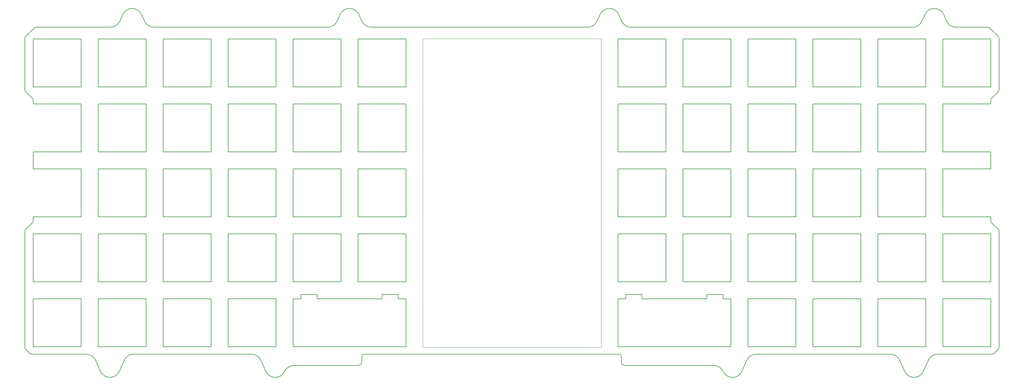
<source format=gm1>
G04 #@! TF.GenerationSoftware,KiCad,Pcbnew,(6.0.7-1)-1*
G04 #@! TF.CreationDate,2022-11-07T11:39:14+01:00*
G04 #@! TF.ProjectId,frog-mini,66726f67-2d6d-4696-9e69-2e6b69636164,rev?*
G04 #@! TF.SameCoordinates,Original*
G04 #@! TF.FileFunction,Profile,NP*
%FSLAX46Y46*%
G04 Gerber Fmt 4.6, Leading zero omitted, Abs format (unit mm)*
G04 Created by KiCad (PCBNEW (6.0.7-1)-1) date 2022-11-07 11:39:14*
%MOMM*%
%LPD*%
G01*
G04 APERTURE LIST*
G04 #@! TA.AperFunction,Profile*
%ADD10C,0.150000*%
G04 #@! TD*
G04 #@! TA.AperFunction,Profile*
%ADD11C,0.100000*%
G04 #@! TD*
G04 #@! TA.AperFunction,Profile*
%ADD12C,0.200000*%
G04 #@! TD*
G04 APERTURE END LIST*
D10*
X77985524Y-125623715D02*
X77985949Y-126933823D01*
X101798044Y-125623715D02*
X101798044Y-126933793D01*
X73223020Y-126933793D02*
X73223020Y-125623715D01*
X97036029Y-126933793D02*
X97035540Y-125623715D01*
X97035540Y-125623715D02*
X101798044Y-125623715D01*
X73223020Y-125623715D02*
X77985524Y-125623715D01*
D11*
X161330049Y-50614440D02*
X108941884Y-50614233D01*
D10*
X166211396Y-121933206D02*
X166211396Y-107883831D01*
X65960704Y-83833105D02*
X51911329Y-83833105D01*
X237411188Y-102882949D02*
X223361813Y-102882949D01*
X104060982Y-50733768D02*
X104060982Y-64783143D01*
X218361285Y-126933528D02*
X218361285Y-140982903D01*
X-5239088Y-50733473D02*
X8810287Y-50733473D01*
D12*
X197052136Y-148192119D02*
G75*
G03*
X194324981Y-146442108I-2726536J-1248981D01*
G01*
D10*
X32860954Y-140983021D02*
X32860954Y-126933646D01*
X8810287Y-88833633D02*
X8810287Y-102883008D01*
X32860954Y-126933646D02*
X46910329Y-126933646D01*
D12*
X167216792Y-143866108D02*
G75*
G03*
X166466837Y-143116108I-749992J8D01*
G01*
D10*
X104060746Y-126933823D02*
X104060746Y-140983198D01*
D12*
X-7429645Y-66151679D02*
X-5525012Y-68026886D01*
D10*
X46910565Y-88833751D02*
X46910565Y-102883126D01*
D12*
X24207462Y-143116101D02*
G75*
G03*
X21480284Y-144866108I-62J-2999899D01*
G01*
D10*
X275511466Y-68733816D02*
X275511466Y-69783376D01*
X70961468Y-107883949D02*
X85010843Y-107883949D01*
X218361049Y-64782848D02*
X204311674Y-64782848D01*
D12*
X275797366Y-68026685D02*
G75*
G03*
X275511466Y-68733816I691434J-690915D01*
G01*
D10*
X185261535Y-64782907D02*
X185261535Y-50733532D01*
X104060746Y-140983198D02*
X70961232Y-140983139D01*
X180260771Y-64782966D02*
X166211396Y-64782966D01*
D12*
X167216792Y-145442108D02*
G75*
G03*
X168216837Y-146442108I1000008J8D01*
G01*
D10*
X218361049Y-50733473D02*
X218361049Y-64782848D01*
X70961468Y-50733709D02*
X85010843Y-50733709D01*
X237411188Y-121933029D02*
X223361813Y-121933029D01*
D12*
X21050284Y-43492108D02*
X20149640Y-45492108D01*
D10*
X261462091Y-102882831D02*
X261462091Y-88833456D01*
X32861190Y-88833751D02*
X46910565Y-88833751D01*
X166211396Y-83833046D02*
X166211396Y-69783671D01*
X275511702Y-140982726D02*
X261462327Y-140982726D01*
X27860426Y-107883772D02*
X27860426Y-121933147D01*
D12*
X19986515Y-148192108D02*
X21480284Y-144866108D01*
X167216837Y-143866108D02*
X167216837Y-145442108D01*
D10*
X46910565Y-83833046D02*
X32861190Y-83833046D01*
D12*
X-7429645Y-141735001D02*
X-6349645Y-142823215D01*
D10*
X275511466Y-64782671D02*
X261462091Y-64782671D01*
D12*
X277977458Y-50660322D02*
G75*
G03*
X277684569Y-49953215I-999958J22D01*
G01*
D10*
X46910565Y-107883831D02*
X46910565Y-121933206D01*
X223362049Y-126933469D02*
X237411424Y-126933469D01*
X242412188Y-140982785D02*
X242412188Y-126933410D01*
X46910565Y-50733591D02*
X46910565Y-64782966D01*
X-5239324Y-126933528D02*
X8810051Y-126933528D01*
X218361049Y-107883713D02*
X218361049Y-121933088D01*
D12*
X259947462Y-143116101D02*
G75*
G03*
X257220284Y-144866108I-62J-2999899D01*
G01*
X61504442Y-144866108D02*
X62998211Y-148192108D01*
D10*
X51911329Y-69783730D02*
X65960704Y-69783730D01*
D12*
X81147462Y-47242127D02*
G75*
G03*
X83874640Y-45492108I38J2999927D01*
G01*
X91828382Y-143116082D02*
G75*
G03*
X91078382Y-143866108I18J-750018D01*
G01*
D10*
X185261535Y-50733532D02*
X199310910Y-50733532D01*
X46910565Y-102883126D02*
X32861190Y-102883126D01*
X51911329Y-88833810D02*
X65960704Y-88833810D01*
X204311674Y-121933088D02*
X204311674Y-107883713D01*
X166211396Y-50733591D02*
X180260771Y-50733591D01*
X237411188Y-64782789D02*
X223361813Y-64782789D01*
X180260771Y-102883126D02*
X166211396Y-102883126D01*
X242411952Y-50733355D02*
X256461327Y-50733355D01*
X237411188Y-69783494D02*
X237411188Y-83832869D01*
X104060982Y-121933383D02*
X90011607Y-121933383D01*
X51911093Y-140983080D02*
X51911093Y-126933705D01*
X237411424Y-126933469D02*
X237411424Y-140982844D01*
X104060982Y-102883303D02*
X90011607Y-102883303D01*
X85010843Y-64783084D02*
X70961468Y-64783084D01*
D12*
X157347462Y-47242108D02*
X93857462Y-47242108D01*
X13038390Y-144866108D02*
G75*
G03*
X10311212Y-143116108I-2727070J-1249832D01*
G01*
D10*
X-5239088Y-64782848D02*
X-5239088Y-50733473D01*
X32861190Y-102883126D02*
X32861190Y-88833751D01*
X65960704Y-107883890D02*
X65960704Y-121933265D01*
X199310910Y-69783612D02*
X199310910Y-83832987D01*
X90011607Y-102883303D02*
X90011607Y-88833928D01*
X218361049Y-121933088D02*
X204311674Y-121933088D01*
X8810287Y-64782848D02*
X-5239088Y-64782848D01*
X104060982Y-88833928D02*
X104060982Y-102883303D01*
X32861190Y-69783671D02*
X46910565Y-69783671D01*
D12*
X206727462Y-143116108D02*
X246051212Y-143116108D01*
D10*
X13811051Y-69783612D02*
X27860426Y-69783612D01*
D12*
X91130284Y-45492108D02*
X90229640Y-43492108D01*
D10*
X261462091Y-88833456D02*
X275511466Y-88833456D01*
X51911329Y-50733650D02*
X65960704Y-50733650D01*
X275511702Y-126933351D02*
X275511702Y-140982726D01*
X51911329Y-121933265D02*
X51911329Y-107883890D01*
X104060982Y-69783848D02*
X104060982Y-83833223D01*
X46910565Y-64782966D02*
X32861190Y-64782966D01*
X70961468Y-83833164D02*
X70961468Y-69783789D01*
X199310910Y-88833692D02*
X199310910Y-102883067D01*
D12*
X274563248Y-47246108D02*
X265307462Y-47242108D01*
D10*
X197049358Y-125623538D02*
X197049358Y-126933616D01*
X256461563Y-126933410D02*
X256461563Y-140982785D01*
X90011607Y-50733768D02*
X104060982Y-50733768D01*
X85010843Y-69783789D02*
X85010843Y-83833164D01*
X-5239324Y-140982903D02*
X-5239324Y-126933528D01*
X51911329Y-102883185D02*
X51911329Y-88833810D01*
X256461327Y-64782730D02*
X242411952Y-64782730D01*
X261462091Y-64782671D02*
X261462091Y-50733296D01*
X104060717Y-126933793D02*
X101798044Y-126933793D01*
X-5239088Y-69783553D02*
X-5239088Y-68733993D01*
D12*
X259947462Y-143116108D02*
X275897462Y-143116108D01*
X252597462Y-47242108D02*
X170057462Y-47242108D01*
D10*
X13811051Y-83832987D02*
X13811051Y-69783612D01*
X223361813Y-64782789D02*
X223361813Y-50733414D01*
X32861190Y-107883831D02*
X46910565Y-107883831D01*
X85010843Y-50733709D02*
X85010843Y-64783084D01*
X223361813Y-121933029D02*
X223361813Y-107883654D01*
X261462327Y-140982726D02*
X261462327Y-126933351D01*
D12*
X-5015431Y-47535001D02*
X-7429645Y-49949215D01*
X277684569Y-49953215D02*
X275270355Y-47539001D01*
D10*
X166211396Y-102883126D02*
X166211396Y-88833751D01*
X256461327Y-107883595D02*
X256461327Y-121932970D01*
X256461327Y-102882890D02*
X242411952Y-102882890D01*
X242411952Y-69783435D02*
X256461327Y-69783435D01*
X199310910Y-102883067D02*
X185261535Y-102883067D01*
X65960468Y-140983080D02*
X51911093Y-140983080D01*
D12*
X91130282Y-45492109D02*
G75*
G03*
X93857462Y-47242108I2727118J1249909D01*
G01*
X71179745Y-146442108D02*
X90078382Y-146442108D01*
D10*
X-5239088Y-103932568D02*
X-5239088Y-102883008D01*
X275511466Y-83832751D02*
X275511466Y-88833456D01*
X204311674Y-102883008D02*
X204311674Y-88833633D01*
X46910565Y-69783671D02*
X46910565Y-83833046D01*
X275511466Y-102882831D02*
X275511466Y-103932391D01*
X223361813Y-88833574D02*
X237411188Y-88833574D01*
D12*
X262580284Y-45492108D02*
X261679640Y-43492108D01*
D10*
X242411952Y-102882890D02*
X242411952Y-88833515D01*
X65960704Y-50733650D02*
X65960704Y-64783025D01*
X199310910Y-50733532D02*
X199310910Y-64782907D01*
X199310910Y-107883772D02*
X199310910Y-121933147D01*
D12*
X-7722538Y-141027894D02*
G75*
G03*
X-7429645Y-141735001I999994J-3D01*
G01*
D10*
X13811051Y-50733532D02*
X27860426Y-50733532D01*
D12*
X277977462Y-65448572D02*
X277977462Y-50660322D01*
X206727462Y-143116101D02*
G75*
G03*
X204000284Y-144866108I-62J-2999899D01*
G01*
X157347462Y-47242127D02*
G75*
G03*
X160074640Y-45492108I38J2999927D01*
G01*
D10*
X90011607Y-83833223D02*
X90011607Y-69783848D01*
D12*
X167330284Y-45492108D02*
X166429640Y-43492108D01*
D10*
X166211396Y-88833751D02*
X180260771Y-88833751D01*
D12*
X-5525012Y-104639675D02*
X-7429645Y-106514882D01*
D11*
X108941884Y-50614233D02*
X108941884Y-141101733D01*
D10*
X237411424Y-140982844D02*
X223362049Y-140982844D01*
D12*
X-7429645Y-49949215D02*
G75*
G03*
X-7722538Y-50656322I707101J-707104D01*
G01*
D10*
X70961468Y-88833869D02*
X85010843Y-88833869D01*
D12*
X-7429645Y-106514882D02*
G75*
G03*
X-7722538Y-107221989I707101J-707104D01*
G01*
D10*
X51911329Y-64783025D02*
X51911329Y-50733650D01*
X-5239088Y-88833633D02*
X-5239088Y-83832928D01*
D12*
X168216837Y-146442108D02*
X194324981Y-146442108D01*
D10*
X204311674Y-64782848D02*
X204311674Y-50733473D01*
D12*
X90078382Y-146442082D02*
G75*
G03*
X91078382Y-145442108I18J999982D01*
G01*
D10*
X261462327Y-126933351D02*
X275511702Y-126933351D01*
X218361049Y-83832928D02*
X204311674Y-83832928D01*
X90011607Y-107884008D02*
X104060982Y-107884008D01*
X197049358Y-126933616D02*
X199311146Y-126933587D01*
X-5239088Y-107883713D02*
X8810287Y-107883713D01*
X204311910Y-126933528D02*
X218361285Y-126933528D01*
X204311674Y-69783553D02*
X218361049Y-69783553D01*
D12*
X27405282Y-45492109D02*
G75*
G03*
X30132462Y-47242108I2727118J1249909D01*
G01*
X27405284Y-45492108D02*
X26504640Y-43492108D01*
X14532159Y-148192108D02*
G75*
G03*
X19986515Y-148192108I2727178J1250000D01*
G01*
D10*
X90011607Y-121933383D02*
X90011607Y-107884008D01*
X223361813Y-69783494D02*
X237411188Y-69783494D01*
X104060982Y-64783143D02*
X90011607Y-64783143D01*
D12*
X261679640Y-43492108D02*
G75*
G03*
X256225284Y-43492108I-2727178J-1250000D01*
G01*
D10*
X51911329Y-107883890D02*
X65960704Y-107883890D01*
D12*
X-5239088Y-68733993D02*
G75*
G03*
X-5525012Y-68026886I-977333J16169D01*
G01*
D10*
X180260771Y-83833046D02*
X166211396Y-83833046D01*
X223361813Y-107883654D02*
X237411188Y-107883654D01*
D12*
X-7722538Y-50656322D02*
X-7722538Y-65444572D01*
X91828382Y-143116108D02*
X166466837Y-143116108D01*
X-7722538Y-107221989D02*
X-7722538Y-141027894D01*
D10*
X13810815Y-126933587D02*
X27860190Y-126933587D01*
X13810815Y-140982962D02*
X13810815Y-126933587D01*
X51911093Y-126933705D02*
X65960468Y-126933705D01*
X185261535Y-83832987D02*
X185261535Y-69783612D01*
X85010843Y-83833164D02*
X70961468Y-83833164D01*
D12*
X277684564Y-141734996D02*
G75*
G03*
X277977462Y-141027894I-707064J707096D01*
G01*
D10*
X275511466Y-102882831D02*
X261462091Y-102882831D01*
X242411952Y-107883595D02*
X256461327Y-107883595D01*
D12*
X256225284Y-43492108D02*
X255324640Y-45492108D01*
D10*
X32861190Y-64782966D02*
X32861190Y-50733591D01*
X90011607Y-69783848D02*
X104060982Y-69783848D01*
X180260771Y-69783671D02*
X180260771Y-83833046D01*
X46910329Y-126933646D02*
X46910329Y-140983021D01*
X204311674Y-107883713D02*
X218361049Y-107883713D01*
X261462091Y-107883536D02*
X275511466Y-107883536D01*
X8810287Y-121933088D02*
X-5239088Y-121933088D01*
X223361813Y-102882949D02*
X223361813Y-88833574D01*
X185261535Y-102883067D02*
X185261535Y-88833692D01*
X168474334Y-126933616D02*
X168474334Y-125623538D01*
X256461327Y-83832810D02*
X242411952Y-83832810D01*
X261462091Y-83832751D02*
X261462091Y-69783376D01*
X204311674Y-83832928D02*
X204311674Y-69783553D01*
X256461327Y-121932970D02*
X242411952Y-121932970D01*
X223361813Y-50733414D02*
X237411188Y-50733414D01*
D12*
X276604569Y-142823215D02*
X277684569Y-141735001D01*
X275897462Y-143116091D02*
G75*
G03*
X276604569Y-142823215I-62J1000191D01*
G01*
X202506515Y-148192108D02*
X204000284Y-144866108D01*
D10*
X-5239088Y-69783553D02*
X8810287Y-69783553D01*
X65960704Y-69783730D02*
X65960704Y-83833105D01*
D12*
X24207462Y-143116108D02*
X58777264Y-143116108D01*
D10*
X180260771Y-50733591D02*
X180260771Y-64782966D01*
D12*
X160975284Y-43492108D02*
X160074640Y-45492108D01*
D10*
X46910565Y-121933206D02*
X32861190Y-121933206D01*
X65960704Y-64783025D02*
X51911329Y-64783025D01*
X275511466Y-107883536D02*
X275511466Y-121932911D01*
D11*
X108941884Y-141101733D02*
X161330049Y-141101940D01*
D10*
X65960704Y-102883185D02*
X51911329Y-102883185D01*
D12*
X277994903Y-107221812D02*
G75*
G03*
X277702023Y-106514705I-1000003J12D01*
G01*
X-4308324Y-47242108D02*
G75*
G03*
X-5015431Y-47535001I24J-1000060D01*
G01*
D10*
X104060982Y-107884008D02*
X104060982Y-121933383D01*
X90011607Y-88833928D02*
X104060982Y-88833928D01*
X13811051Y-102883067D02*
X13811051Y-88833692D01*
X223362049Y-140982844D02*
X223362049Y-126933469D01*
X27860426Y-102883067D02*
X13811051Y-102883067D01*
X275511466Y-50733296D02*
X275511466Y-64782671D01*
X13811051Y-121933147D02*
X13811051Y-107883772D01*
X27860426Y-50733532D02*
X27860426Y-64782907D01*
X65960704Y-88833810D02*
X65960704Y-102883185D01*
X261462091Y-69783376D02*
X275511466Y-69783376D01*
X70961468Y-64783084D02*
X70961468Y-50733709D01*
D12*
X90229640Y-43492108D02*
G75*
G03*
X84775284Y-43492108I-2727178J-1250000D01*
G01*
X81147462Y-47242108D02*
X30132462Y-47242108D01*
D10*
X166211396Y-69783671D02*
X180260771Y-69783671D01*
D12*
X62998211Y-148192108D02*
G75*
G03*
X68452567Y-148192108I2727178J1250000D01*
G01*
D10*
X77985949Y-126933823D02*
X97036029Y-126933793D01*
D12*
X277684575Y-66155685D02*
G75*
G03*
X277977462Y-65448572I-707075J707085D01*
G01*
D10*
X70961232Y-126933764D02*
X73223020Y-126933793D01*
D12*
X252597462Y-47242127D02*
G75*
G03*
X255324640Y-45492108I38J2999927D01*
G01*
D10*
X168474334Y-125623538D02*
X173236838Y-125623538D01*
X166211632Y-140983021D02*
X166211632Y-126933646D01*
X70961232Y-140983139D02*
X70961232Y-126933764D01*
X8810287Y-50733473D02*
X8810287Y-64782848D01*
X32861190Y-50733591D02*
X46910565Y-50733591D01*
X27860190Y-140982962D02*
X13810815Y-140982962D01*
X199310910Y-83832987D02*
X185261535Y-83832987D01*
X85010843Y-102883244D02*
X70961468Y-102883244D01*
D12*
X17422462Y-47242108D02*
X-4308324Y-47242108D01*
D10*
X8810287Y-102883008D02*
X-5239088Y-102883008D01*
D12*
X13038390Y-144866108D02*
X14532159Y-148192108D01*
D10*
X90011607Y-64783143D02*
X90011607Y-50733768D01*
X13811051Y-88833692D02*
X27860426Y-88833692D01*
X261462091Y-50733296D02*
X275511466Y-50733296D01*
X185261535Y-88833692D02*
X199310910Y-88833692D01*
X199311146Y-126933587D02*
X199311146Y-140982962D01*
X180260771Y-88833751D02*
X180260771Y-102883126D01*
X218361049Y-69783553D02*
X218361049Y-83832928D01*
X275511466Y-121932911D02*
X261462091Y-121932911D01*
X27860426Y-121933147D02*
X13811051Y-121933147D01*
X218361285Y-140982903D02*
X204311910Y-140982903D01*
X218361049Y-88833633D02*
X218361049Y-102883008D01*
X256461327Y-69783435D02*
X256461327Y-83832810D01*
X32861190Y-121933206D02*
X32861190Y-107883831D01*
D12*
X61504468Y-144866096D02*
G75*
G03*
X58777264Y-143116108I-2727168J-1250004D01*
G01*
D10*
X192286854Y-125623538D02*
X197049358Y-125623538D01*
X199310910Y-121933147D02*
X185261535Y-121933147D01*
X237411188Y-88833574D02*
X237411188Y-102882949D01*
X70961468Y-69783789D02*
X85010843Y-69783789D01*
D12*
X262580282Y-45492109D02*
G75*
G03*
X265307462Y-47242108I2727118J1249909D01*
G01*
X71179745Y-146442106D02*
G75*
G03*
X68452567Y-148192108I-645J-2998994D01*
G01*
X91078382Y-145442108D02*
X91078382Y-143866108D01*
D10*
X242411952Y-121932970D02*
X242411952Y-107883595D01*
X8810051Y-140982903D02*
X-5239324Y-140982903D01*
X85010843Y-121933324D02*
X70961468Y-121933324D01*
X185261535Y-121933147D02*
X185261535Y-107883772D01*
D12*
X277977462Y-141027894D02*
X277994916Y-107221812D01*
D10*
X261462091Y-121932911D02*
X261462091Y-107883536D01*
D12*
X275797390Y-68026709D02*
X277684569Y-66155679D01*
D10*
X242412188Y-126933410D02*
X256461563Y-126933410D01*
X8810287Y-107883713D02*
X8810287Y-121933088D01*
X104060982Y-83833223D02*
X90011607Y-83833223D01*
D12*
X275270371Y-47538985D02*
G75*
G03*
X274563248Y-47246108I-707171J-707315D01*
G01*
X-7722538Y-65444572D02*
G75*
G03*
X-7429645Y-66151679I999994J-3D01*
G01*
D10*
X85010843Y-88833869D02*
X85010843Y-102883244D01*
X51911329Y-83833105D02*
X51911329Y-69783730D01*
X180260771Y-121933206D02*
X166211396Y-121933206D01*
D12*
X255726515Y-148192108D02*
X257220284Y-144866108D01*
D10*
X27860190Y-126933587D02*
X27860190Y-140982962D01*
D12*
X197052159Y-148192108D02*
G75*
G03*
X202506515Y-148192108I2727178J1250000D01*
G01*
X250272159Y-148192108D02*
G75*
G03*
X255726515Y-148192108I2727178J1250000D01*
G01*
X167330282Y-45492109D02*
G75*
G03*
X170057462Y-47242108I2727118J1249909D01*
G01*
D10*
X8810287Y-83832928D02*
X-5239088Y-83832928D01*
X-5239088Y-121933088D02*
X-5239088Y-107883713D01*
X70961468Y-121933324D02*
X70961468Y-107883949D01*
D12*
X248778390Y-144866108D02*
X250272159Y-148192108D01*
D10*
X204311910Y-140982903D02*
X204311910Y-126933528D01*
X237411188Y-107883654D02*
X237411188Y-121933029D01*
D12*
X248778352Y-144866125D02*
G75*
G03*
X246051212Y-143116108I-2727052J-1249775D01*
G01*
D10*
X256461327Y-88833515D02*
X256461327Y-102882890D01*
X166211396Y-107883831D02*
X180260771Y-107883831D01*
X27860426Y-88833692D02*
X27860426Y-102883067D01*
X46910329Y-140983021D02*
X32860954Y-140983021D01*
X166211396Y-64782966D02*
X166211396Y-50733591D01*
D12*
X26504640Y-43492108D02*
G75*
G03*
X21050284Y-43492108I-2727178J-1250000D01*
G01*
D10*
X173236349Y-126933616D02*
X192286429Y-126933646D01*
X237411188Y-83832869D02*
X223361813Y-83832869D01*
X13811051Y-107883772D02*
X27860426Y-107883772D01*
D12*
X84775284Y-43492108D02*
X83874640Y-45492108D01*
D10*
X27860426Y-64782907D02*
X13811051Y-64782907D01*
X27860426Y-69783612D02*
X27860426Y-83832987D01*
X13811051Y-64782907D02*
X13811051Y-50733532D01*
X32861190Y-83833046D02*
X32861190Y-69783671D01*
D12*
X-5525012Y-104639675D02*
G75*
G03*
X-5239088Y-103932568I-691409J690938D01*
G01*
D10*
X204311674Y-88833633D02*
X218361049Y-88833633D01*
X218361049Y-102883008D02*
X204311674Y-102883008D01*
X70961468Y-102883244D02*
X70961468Y-88833869D01*
X242411952Y-88833515D02*
X256461327Y-88833515D01*
X275511466Y-83832751D02*
X261462091Y-83832751D01*
X168474334Y-126933616D02*
X166211661Y-126933616D01*
X185261535Y-69783612D02*
X199310910Y-69783612D01*
X192286429Y-126933646D02*
X192286854Y-125623538D01*
X173236838Y-125623538D02*
X173236349Y-126933616D01*
X204311674Y-50733473D02*
X218361049Y-50733473D01*
X237411188Y-50733414D02*
X237411188Y-64782789D01*
X256461563Y-140982785D02*
X242412188Y-140982785D01*
X180260771Y-107883831D02*
X180260771Y-121933206D01*
X65960704Y-121933265D02*
X51911329Y-121933265D01*
X199311146Y-140982962D02*
X166211632Y-140983021D01*
X85010843Y-107883949D02*
X85010843Y-121933324D01*
X8810287Y-69783553D02*
X8810287Y-83832928D01*
X256461327Y-50733355D02*
X256461327Y-64782730D01*
D12*
X-6349645Y-142823215D02*
G75*
G03*
X-5642538Y-143116108I707235J707417D01*
G01*
D11*
X161330049Y-50614440D02*
X161330049Y-141101940D01*
D10*
X242411952Y-83832810D02*
X242411952Y-69783435D01*
X-5239088Y-88833633D02*
X8810287Y-88833633D01*
X8810051Y-126933528D02*
X8810051Y-140982903D01*
X199310910Y-64782907D02*
X185261535Y-64782907D01*
D12*
X-5642538Y-143116108D02*
X10311212Y-143116108D01*
D10*
X65960468Y-126933705D02*
X65960468Y-140983080D01*
D12*
X166429640Y-43492108D02*
G75*
G03*
X160975284Y-43492108I-2727178J-1250000D01*
G01*
X275511495Y-103932391D02*
G75*
G03*
X275797390Y-104639498I977305J-16209D01*
G01*
D10*
X223361813Y-83832869D02*
X223361813Y-69783494D01*
X242411952Y-64782730D02*
X242411952Y-50733355D01*
D12*
X277702023Y-106514705D02*
X275797390Y-104639498D01*
D10*
X185261535Y-107883772D02*
X199310910Y-107883772D01*
D12*
X17422462Y-47242111D02*
G75*
G03*
X20149640Y-45492108I68J2999891D01*
G01*
D10*
X27860426Y-83832987D02*
X13811051Y-83832987D01*
M02*

</source>
